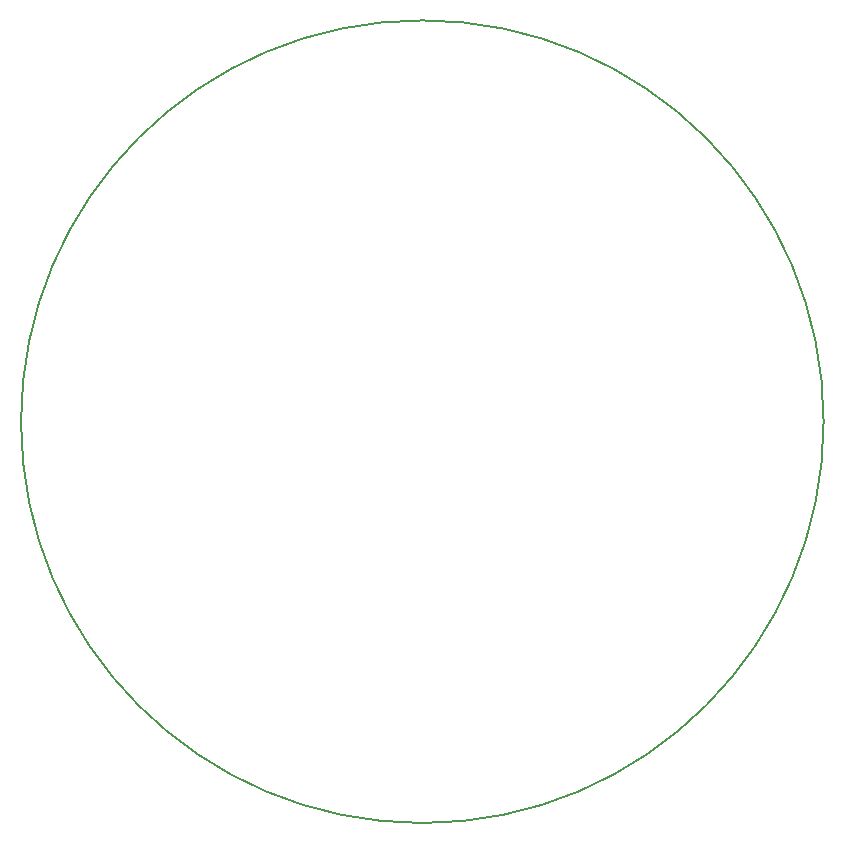
<source format=gbr>
%TF.GenerationSoftware,KiCad,Pcbnew,7.0.8*%
%TF.CreationDate,2024-08-08T21:44:56+02:00*%
%TF.ProjectId,Lucky_Wheel,4c75636b-795f-4576-9865-656c2e6b6963,rev?*%
%TF.SameCoordinates,Original*%
%TF.FileFunction,Profile,NP*%
%FSLAX46Y46*%
G04 Gerber Fmt 4.6, Leading zero omitted, Abs format (unit mm)*
G04 Created by KiCad (PCBNEW 7.0.8) date 2024-08-08 21:44:56*
%MOMM*%
%LPD*%
G01*
G04 APERTURE LIST*
%TA.AperFunction,Profile*%
%ADD10C,0.150000*%
%TD*%
G04 APERTURE END LIST*
D10*
X106677702Y-74742299D02*
G75*
G03*
X106677702Y-74742299I-33977702J0D01*
G01*
M02*

</source>
